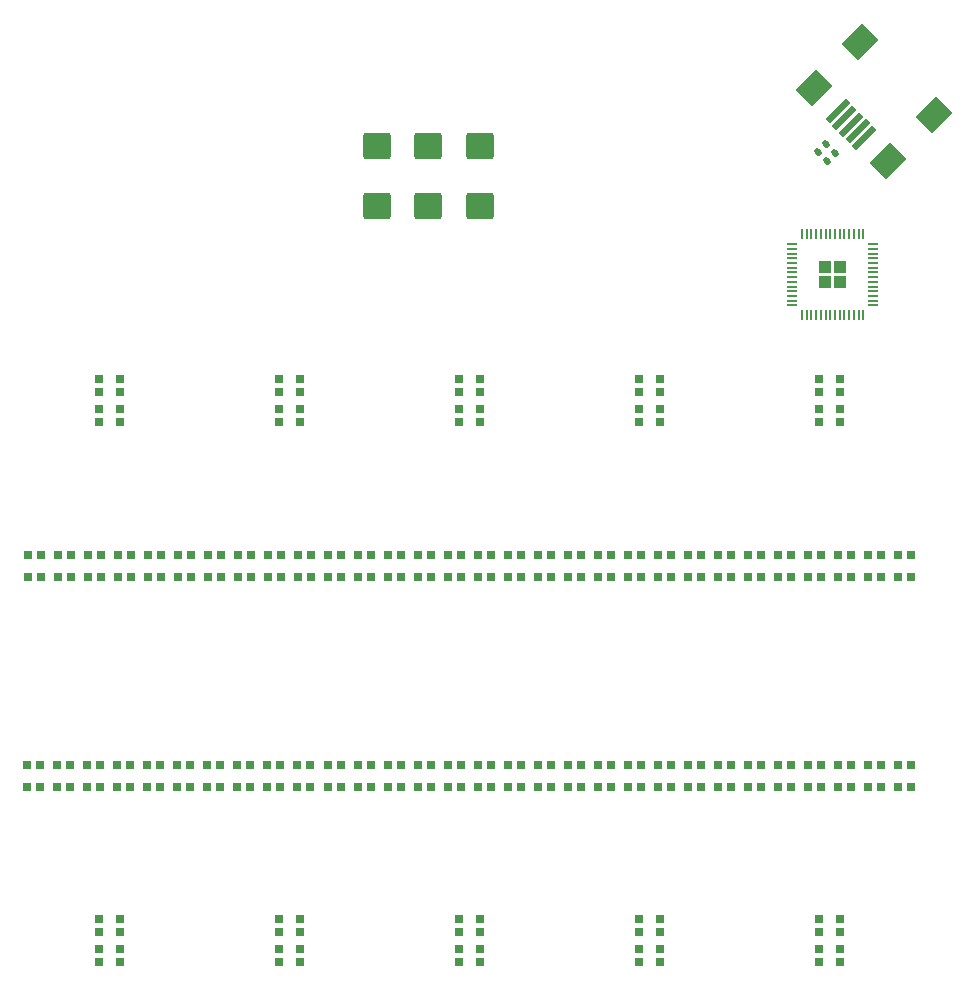
<source format=gtp>
G04 #@! TF.GenerationSoftware,KiCad,Pcbnew,(7.0.0-rc1-358-g86c12d35b4)*
G04 #@! TF.CreationDate,2023-05-11T11:50:55-07:00*
G04 #@! TF.ProjectId,Jumperless2,4a756d70-6572-46c6-9573-73322e6b6963,rev?*
G04 #@! TF.SameCoordinates,Original*
G04 #@! TF.FileFunction,Paste,Top*
G04 #@! TF.FilePolarity,Positive*
%FSLAX46Y46*%
G04 Gerber Fmt 4.6, Leading zero omitted, Abs format (unit mm)*
G04 Created by KiCad (PCBNEW (7.0.0-rc1-358-g86c12d35b4)) date 2023-05-11 11:50:55*
%MOMM*%
%LPD*%
G01*
G04 APERTURE LIST*
G04 Aperture macros list*
%AMRoundRect*
0 Rectangle with rounded corners*
0 $1 Rounding radius*
0 $2 $3 $4 $5 $6 $7 $8 $9 X,Y pos of 4 corners*
0 Add a 4 corners polygon primitive as box body*
4,1,4,$2,$3,$4,$5,$6,$7,$8,$9,$2,$3,0*
0 Add four circle primitives for the rounded corners*
1,1,$1+$1,$2,$3*
1,1,$1+$1,$4,$5*
1,1,$1+$1,$6,$7*
1,1,$1+$1,$8,$9*
0 Add four rect primitives between the rounded corners*
20,1,$1+$1,$2,$3,$4,$5,0*
20,1,$1+$1,$4,$5,$6,$7,0*
20,1,$1+$1,$6,$7,$8,$9,0*
20,1,$1+$1,$8,$9,$2,$3,0*%
%AMRotRect*
0 Rectangle, with rotation*
0 The origin of the aperture is its center*
0 $1 length*
0 $2 width*
0 $3 Rotation angle, in degrees counterclockwise*
0 Add horizontal line*
21,1,$1,$2,0,0,$3*%
G04 Aperture macros list end*
%ADD10R,0.700000X0.700000*%
%ADD11RotRect,0.500000X2.500000X135.000000*%
%ADD12RotRect,2.000000X2.500000X135.000000*%
%ADD13RoundRect,0.250000X-0.925000X0.875000X-0.925000X-0.875000X0.925000X-0.875000X0.925000X0.875000X0*%
%ADD14RoundRect,0.140000X-0.021213X0.219203X-0.219203X0.021213X0.021213X-0.219203X0.219203X-0.021213X0*%
%ADD15RoundRect,0.250000X-0.292217X-0.292217X0.292217X-0.292217X0.292217X0.292217X-0.292217X0.292217X0*%
%ADD16RoundRect,0.050000X-0.387500X-0.050000X0.387500X-0.050000X0.387500X0.050000X-0.387500X0.050000X0*%
%ADD17RoundRect,0.050000X-0.050000X-0.387500X0.050000X-0.387500X0.050000X0.387500X-0.050000X0.387500X0*%
G04 APERTURE END LIST*
D10*
G04 #@! TO.C,D23*
X94385599Y-152044399D03*
X95485599Y-152044399D03*
X95485599Y-150214399D03*
X94385599Y-150214399D03*
G04 #@! TD*
G04 #@! TO.C,D37*
X53671399Y-169823799D03*
X54771399Y-169823799D03*
X54771399Y-167993799D03*
X53671399Y-167993799D03*
G04 #@! TD*
G04 #@! TO.C,D20*
X86757799Y-152045599D03*
X87857799Y-152045599D03*
X87857799Y-150215599D03*
X86757799Y-150215599D03*
G04 #@! TD*
G04 #@! TO.C,D25*
X99465599Y-152044399D03*
X100565599Y-152044399D03*
X100565599Y-150214399D03*
X99465599Y-150214399D03*
G04 #@! TD*
G04 #@! TO.C,D33*
X43511399Y-169823799D03*
X44611399Y-169823799D03*
X44611399Y-167993799D03*
X43511399Y-167993799D03*
G04 #@! TD*
G04 #@! TO.C,D60*
X112132399Y-169824399D03*
X113232399Y-169824399D03*
X113232399Y-167994399D03*
X112132399Y-167994399D03*
G04 #@! TD*
G04 #@! TO.C,D36*
X51131399Y-169823799D03*
X52231399Y-169823799D03*
X52231399Y-167993799D03*
X51131399Y-167993799D03*
G04 #@! TD*
G04 #@! TO.C,D83*
X61544999Y-138979999D03*
X61544999Y-137879999D03*
X59714999Y-137879999D03*
X59714999Y-138979999D03*
G04 #@! TD*
G04 #@! TO.C,D34*
X46051399Y-169823799D03*
X47151399Y-169823799D03*
X47151399Y-167993799D03*
X46051399Y-167993799D03*
G04 #@! TD*
G04 #@! TO.C,D73*
X92024999Y-182159999D03*
X92024999Y-181059999D03*
X90194999Y-181059999D03*
X90194999Y-182159999D03*
G04 #@! TD*
G04 #@! TO.C,D12*
X66437799Y-152045599D03*
X67537799Y-152045599D03*
X67537799Y-150215599D03*
X66437799Y-150215599D03*
G04 #@! TD*
G04 #@! TO.C,D11*
X63889999Y-152045599D03*
X64989999Y-152045599D03*
X64989999Y-150215599D03*
X63889999Y-150215599D03*
G04 #@! TD*
G04 #@! TO.C,D85*
X76784999Y-136439999D03*
X76784999Y-135339999D03*
X74954999Y-135339999D03*
X74954999Y-136439999D03*
G04 #@! TD*
G04 #@! TO.C,D32*
X40971399Y-169823799D03*
X42071399Y-169823799D03*
X42071399Y-167993799D03*
X40971399Y-167993799D03*
G04 #@! TD*
G04 #@! TO.C,D80*
X46304399Y-182159999D03*
X46304399Y-181059999D03*
X44474399Y-181059999D03*
X44474399Y-182159999D03*
G04 #@! TD*
G04 #@! TO.C,D9*
X58801199Y-152044999D03*
X59901199Y-152044999D03*
X59901199Y-150214999D03*
X58801199Y-150214999D03*
G04 #@! TD*
G04 #@! TO.C,D13*
X68977799Y-152045599D03*
X70077799Y-152045599D03*
X70077799Y-150215599D03*
X68977799Y-150215599D03*
G04 #@! TD*
G04 #@! TO.C,D28*
X107085599Y-152044399D03*
X108185599Y-152044399D03*
X108185599Y-150214399D03*
X107085599Y-150214399D03*
G04 #@! TD*
G04 #@! TO.C,D58*
X107052399Y-169824399D03*
X108152399Y-169824399D03*
X108152399Y-167994399D03*
X107052399Y-167994399D03*
G04 #@! TD*
G04 #@! TO.C,D74*
X92024999Y-184699999D03*
X92024999Y-183599999D03*
X90194999Y-183599999D03*
X90194999Y-184699999D03*
G04 #@! TD*
G04 #@! TO.C,D88*
X107264999Y-136439999D03*
X107264999Y-135339999D03*
X105434999Y-135339999D03*
X105434999Y-136439999D03*
G04 #@! TD*
G04 #@! TO.C,D31*
X38423599Y-169823799D03*
X39523599Y-169823799D03*
X39523599Y-167993799D03*
X38423599Y-167993799D03*
G04 #@! TD*
G04 #@! TO.C,D8*
X56261199Y-152044999D03*
X57361199Y-152044999D03*
X57361199Y-150214999D03*
X56261199Y-150214999D03*
G04 #@! TD*
G04 #@! TO.C,D48*
X81627999Y-169825599D03*
X82727999Y-169825599D03*
X82727999Y-167995599D03*
X81627999Y-167995599D03*
G04 #@! TD*
D11*
G04 #@! TO.C,J5*
X109294352Y-114913327D03*
X108728667Y-114347642D03*
X108162981Y-113781957D03*
X107597296Y-113216271D03*
X107031611Y-112650586D03*
D12*
X111274251Y-116893226D03*
X115163339Y-113004139D03*
X105051712Y-110670687D03*
X108940799Y-106781599D03*
G04 #@! TD*
D10*
G04 #@! TO.C,D30*
X112165599Y-152044399D03*
X113265599Y-152044399D03*
X113265599Y-150214399D03*
X112165599Y-150214399D03*
G04 #@! TD*
G04 #@! TO.C,D71*
X105434999Y-183599999D03*
X105434999Y-184699999D03*
X107264999Y-184699999D03*
X107264999Y-183599999D03*
G04 #@! TD*
G04 #@! TO.C,D35*
X48591399Y-169823799D03*
X49691399Y-169823799D03*
X49691399Y-167993799D03*
X48591399Y-167993799D03*
G04 #@! TD*
G04 #@! TO.C,D1*
X38481199Y-152044999D03*
X39581199Y-152044999D03*
X39581199Y-150214999D03*
X38481199Y-150214999D03*
G04 #@! TD*
G04 #@! TO.C,D41*
X63839199Y-169824399D03*
X64939199Y-169824399D03*
X64939199Y-167994399D03*
X63839199Y-167994399D03*
G04 #@! TD*
G04 #@! TO.C,D3*
X43561199Y-152044999D03*
X44661199Y-152044999D03*
X44661199Y-150214999D03*
X43561199Y-150214999D03*
G04 #@! TD*
G04 #@! TO.C,D49*
X84167999Y-169825599D03*
X85267999Y-169825599D03*
X85267999Y-167995599D03*
X84167999Y-167995599D03*
G04 #@! TD*
D13*
G04 #@! TO.C,C3*
X67996000Y-115560000D03*
X67996000Y-120660000D03*
G04 #@! TD*
G04 #@! TO.C,C2*
X72314000Y-115560000D03*
X72314000Y-120660000D03*
G04 #@! TD*
D10*
G04 #@! TO.C,D72*
X105434999Y-181059999D03*
X105434999Y-182159999D03*
X107264999Y-182159999D03*
X107264999Y-181059999D03*
G04 #@! TD*
G04 #@! TO.C,D6*
X51181199Y-152044999D03*
X52281199Y-152044999D03*
X52281199Y-150214999D03*
X51181199Y-150214999D03*
G04 #@! TD*
G04 #@! TO.C,D39*
X58751399Y-169823799D03*
X59851399Y-169823799D03*
X59851399Y-167993799D03*
X58751399Y-167993799D03*
G04 #@! TD*
G04 #@! TO.C,D86*
X76784999Y-138979999D03*
X76784999Y-137879999D03*
X74954999Y-137879999D03*
X74954999Y-138979999D03*
G04 #@! TD*
G04 #@! TO.C,D54*
X96892399Y-169824399D03*
X97992399Y-169824399D03*
X97992399Y-167994399D03*
X96892399Y-167994399D03*
G04 #@! TD*
D14*
G04 #@! TO.C,R3*
X106774822Y-116161178D03*
X106096000Y-116840000D03*
G04 #@! TD*
D10*
G04 #@! TO.C,D17*
X79137799Y-152045599D03*
X80237799Y-152045599D03*
X80237799Y-150215599D03*
X79137799Y-150215599D03*
G04 #@! TD*
G04 #@! TO.C,D46*
X76547999Y-169825599D03*
X77647999Y-169825599D03*
X77647999Y-167995599D03*
X76547999Y-167995599D03*
G04 #@! TD*
G04 #@! TO.C,D21*
X89297799Y-152044399D03*
X90397799Y-152044399D03*
X90397799Y-150214399D03*
X89297799Y-150214399D03*
G04 #@! TD*
G04 #@! TO.C,D24*
X96925599Y-152044399D03*
X98025599Y-152044399D03*
X98025599Y-150214399D03*
X96925599Y-150214399D03*
G04 #@! TD*
G04 #@! TO.C,D18*
X81677799Y-152045599D03*
X82777799Y-152045599D03*
X82777799Y-150215599D03*
X81677799Y-150215599D03*
G04 #@! TD*
G04 #@! TO.C,D56*
X101972399Y-169824399D03*
X103072399Y-169824399D03*
X103072399Y-167994399D03*
X101972399Y-167994399D03*
G04 #@! TD*
G04 #@! TO.C,D40*
X61291399Y-169823799D03*
X62391399Y-169823799D03*
X62391399Y-167993799D03*
X61291399Y-167993799D03*
G04 #@! TD*
G04 #@! TO.C,D50*
X86715799Y-169825599D03*
X87815799Y-169825599D03*
X87815799Y-167995599D03*
X86715799Y-167995599D03*
G04 #@! TD*
G04 #@! TO.C,D52*
X91812399Y-169824399D03*
X92912399Y-169824399D03*
X92912399Y-167994399D03*
X91812399Y-167994399D03*
G04 #@! TD*
G04 #@! TO.C,D42*
X66387999Y-169825599D03*
X67487999Y-169825599D03*
X67487999Y-167995599D03*
X66387999Y-167995599D03*
G04 #@! TD*
G04 #@! TO.C,D10*
X61341199Y-152044999D03*
X62441199Y-152044999D03*
X62441199Y-150214999D03*
X61341199Y-150214999D03*
G04 #@! TD*
G04 #@! TO.C,D15*
X74057799Y-152045599D03*
X75157799Y-152045599D03*
X75157799Y-150215599D03*
X74057799Y-150215599D03*
G04 #@! TD*
G04 #@! TO.C,D5*
X48641199Y-152044999D03*
X49741199Y-152044999D03*
X49741199Y-150214999D03*
X48641199Y-150214999D03*
G04 #@! TD*
G04 #@! TO.C,D55*
X99432399Y-169824399D03*
X100532399Y-169824399D03*
X100532399Y-167994399D03*
X99432399Y-167994399D03*
G04 #@! TD*
G04 #@! TO.C,D16*
X76597799Y-152045599D03*
X77697799Y-152045599D03*
X77697799Y-150215599D03*
X76597799Y-150215599D03*
G04 #@! TD*
G04 #@! TO.C,D19*
X84217799Y-152045599D03*
X85317799Y-152045599D03*
X85317799Y-150215599D03*
X84217799Y-150215599D03*
G04 #@! TD*
G04 #@! TO.C,D45*
X74007999Y-169825599D03*
X75107999Y-169825599D03*
X75107999Y-167995599D03*
X74007999Y-167995599D03*
G04 #@! TD*
G04 #@! TO.C,D53*
X94352399Y-169824399D03*
X95452399Y-169824399D03*
X95452399Y-167994399D03*
X94352399Y-167994399D03*
G04 #@! TD*
G04 #@! TO.C,D43*
X68927999Y-169825599D03*
X70027999Y-169825599D03*
X70027999Y-167995599D03*
X68927999Y-167995599D03*
G04 #@! TD*
G04 #@! TO.C,D14*
X71517799Y-152045599D03*
X72617799Y-152045599D03*
X72617799Y-150215599D03*
X71517799Y-150215599D03*
G04 #@! TD*
G04 #@! TO.C,D87*
X107264999Y-138979999D03*
X107264999Y-137879999D03*
X105434999Y-137879999D03*
X105434999Y-138979999D03*
G04 #@! TD*
G04 #@! TO.C,D38*
X56211399Y-169823799D03*
X57311399Y-169823799D03*
X57311399Y-167993799D03*
X56211399Y-167993799D03*
G04 #@! TD*
G04 #@! TO.C,D4*
X46101199Y-152044999D03*
X47201199Y-152044999D03*
X47201199Y-150214999D03*
X46101199Y-150214999D03*
G04 #@! TD*
G04 #@! TO.C,D82*
X46304999Y-138979999D03*
X46304999Y-137879999D03*
X44474999Y-137879999D03*
X44474999Y-138979999D03*
G04 #@! TD*
G04 #@! TO.C,D7*
X53721199Y-152044999D03*
X54821199Y-152044999D03*
X54821199Y-150214999D03*
X53721199Y-150214999D03*
G04 #@! TD*
G04 #@! TO.C,D81*
X46304999Y-136439999D03*
X46304999Y-135339999D03*
X44474999Y-135339999D03*
X44474999Y-136439999D03*
G04 #@! TD*
G04 #@! TO.C,D44*
X71467999Y-169825599D03*
X72567999Y-169825599D03*
X72567999Y-167995599D03*
X71467999Y-167995599D03*
G04 #@! TD*
G04 #@! TO.C,D2*
X41021199Y-152044999D03*
X42121199Y-152044999D03*
X42121199Y-150214999D03*
X41021199Y-150214999D03*
G04 #@! TD*
G04 #@! TO.C,D27*
X104545599Y-152044399D03*
X105645599Y-152044399D03*
X105645599Y-150214399D03*
X104545599Y-150214399D03*
G04 #@! TD*
G04 #@! TO.C,D51*
X89264599Y-169824399D03*
X90364599Y-169824399D03*
X90364599Y-167994399D03*
X89264599Y-167994399D03*
G04 #@! TD*
G04 #@! TO.C,D22*
X91845599Y-152044399D03*
X92945599Y-152044399D03*
X92945599Y-150214399D03*
X91845599Y-150214399D03*
G04 #@! TD*
D14*
G04 #@! TO.C,R2*
X106056401Y-115442757D03*
X105377579Y-116121579D03*
G04 #@! TD*
D10*
G04 #@! TO.C,D57*
X104512399Y-169824399D03*
X105612399Y-169824399D03*
X105612399Y-167994399D03*
X104512399Y-167994399D03*
G04 #@! TD*
D13*
G04 #@! TO.C,C5*
X76759000Y-115560000D03*
X76759000Y-120660000D03*
G04 #@! TD*
D10*
G04 #@! TO.C,D47*
X79087999Y-169825599D03*
X80187999Y-169825599D03*
X80187999Y-167995599D03*
X79087999Y-167995599D03*
G04 #@! TD*
G04 #@! TO.C,D79*
X46304999Y-184699999D03*
X46304999Y-183599999D03*
X44474999Y-183599999D03*
X44474999Y-184699999D03*
G04 #@! TD*
G04 #@! TO.C,D77*
X61544999Y-182159999D03*
X61544999Y-181059999D03*
X59714999Y-181059999D03*
X59714999Y-182159999D03*
G04 #@! TD*
G04 #@! TO.C,D84*
X61544999Y-136439999D03*
X61544999Y-135339999D03*
X59714999Y-135339999D03*
X59714999Y-136439999D03*
G04 #@! TD*
G04 #@! TO.C,D76*
X76784999Y-182159999D03*
X76784999Y-181059999D03*
X74954999Y-181059999D03*
X74954999Y-182159999D03*
G04 #@! TD*
G04 #@! TO.C,D26*
X102005599Y-152044399D03*
X103105599Y-152044399D03*
X103105599Y-150214399D03*
X102005599Y-150214399D03*
G04 #@! TD*
G04 #@! TO.C,D78*
X61544999Y-184699999D03*
X61544999Y-183599999D03*
X59714999Y-183599999D03*
X59714999Y-184699999D03*
G04 #@! TD*
G04 #@! TO.C,D75*
X76784999Y-184699999D03*
X76784999Y-183599999D03*
X74954999Y-183599999D03*
X74954999Y-184699999D03*
G04 #@! TD*
D15*
G04 #@! TO.C,U9*
X105961500Y-125854500D03*
X105961500Y-127129500D03*
X107236500Y-125854500D03*
X107236500Y-127129500D03*
D16*
X103161500Y-123892000D03*
X103161500Y-124292000D03*
X103161500Y-124692000D03*
X103161500Y-125092000D03*
X103161500Y-125492000D03*
X103161500Y-125892000D03*
X103161500Y-126292000D03*
X103161500Y-126692000D03*
X103161500Y-127092000D03*
X103161500Y-127492000D03*
X103161500Y-127892000D03*
X103161500Y-128292000D03*
X103161500Y-128692000D03*
X103161500Y-129092000D03*
D17*
X103999000Y-129929500D03*
X104399000Y-129929500D03*
X104799000Y-129929500D03*
X105199000Y-129929500D03*
X105599000Y-129929500D03*
X105999000Y-129929500D03*
X106399000Y-129929500D03*
X106799000Y-129929500D03*
X107199000Y-129929500D03*
X107599000Y-129929500D03*
X107999000Y-129929500D03*
X108399000Y-129929500D03*
X108799000Y-129929500D03*
X109199000Y-129929500D03*
D16*
X110036500Y-129092000D03*
X110036500Y-128692000D03*
X110036500Y-128292000D03*
X110036500Y-127892000D03*
X110036500Y-127492000D03*
X110036500Y-127092000D03*
X110036500Y-126692000D03*
X110036500Y-126292000D03*
X110036500Y-125892000D03*
X110036500Y-125492000D03*
X110036500Y-125092000D03*
X110036500Y-124692000D03*
X110036500Y-124292000D03*
X110036500Y-123892000D03*
D17*
X109199000Y-123054500D03*
X108799000Y-123054500D03*
X108399000Y-123054500D03*
X107999000Y-123054500D03*
X107599000Y-123054500D03*
X107199000Y-123054500D03*
X106799000Y-123054500D03*
X106399000Y-123054500D03*
X105999000Y-123054500D03*
X105599000Y-123054500D03*
X105199000Y-123054500D03*
X104799000Y-123054500D03*
X104399000Y-123054500D03*
X103999000Y-123054500D03*
G04 #@! TD*
D10*
G04 #@! TO.C,D89*
X92024999Y-136439999D03*
X92024999Y-135339999D03*
X90194999Y-135339999D03*
X90194999Y-136439999D03*
G04 #@! TD*
G04 #@! TO.C,D29*
X109625599Y-152044399D03*
X110725599Y-152044399D03*
X110725599Y-150214399D03*
X109625599Y-150214399D03*
G04 #@! TD*
G04 #@! TO.C,D90*
X92024999Y-138979999D03*
X92024999Y-137879999D03*
X90194999Y-137879999D03*
X90194999Y-138979999D03*
G04 #@! TD*
G04 #@! TO.C,D59*
X109592399Y-169824399D03*
X110692399Y-169824399D03*
X110692399Y-167994399D03*
X109592399Y-167994399D03*
G04 #@! TD*
M02*

</source>
